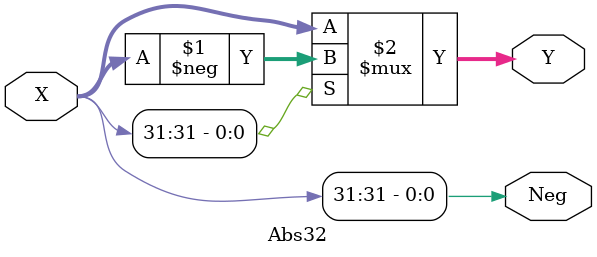
<source format=v>
module Abs32(X,Y,Neg);

	input [31:0] X;
	output [31:0] Y;
	output Neg;
	
	assign Neg = X[31];
	assign Y = Neg ? -X : X;

endmodule

</source>
